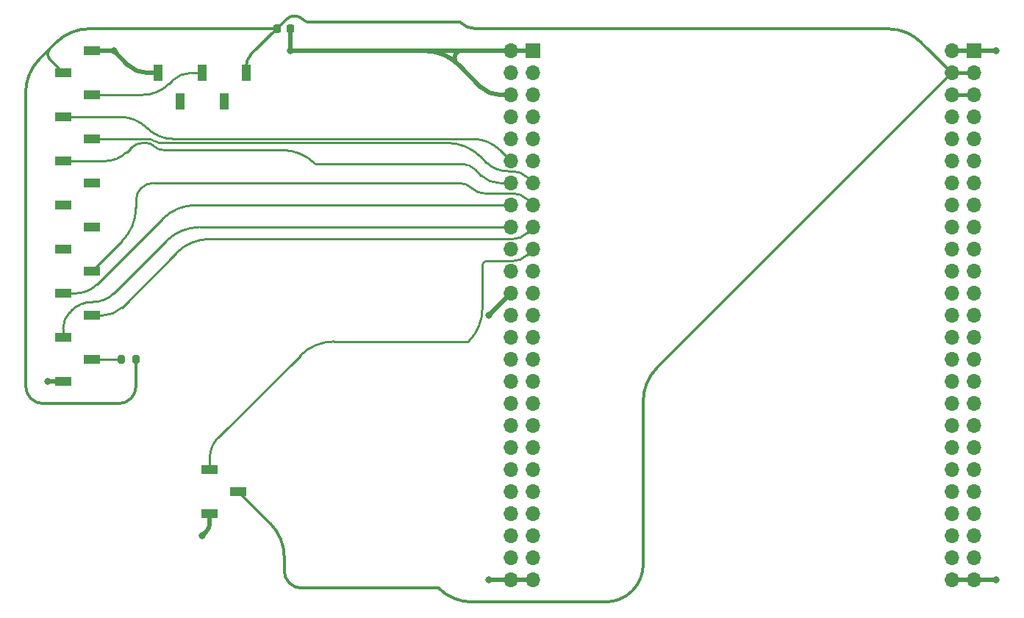
<source format=gbr>
%TF.GenerationSoftware,KiCad,Pcbnew,7.0.1*%
%TF.CreationDate,2023-05-30T20:42:55-06:00*%
%TF.ProjectId,Phase_D_STM_Shield,50686173-655f-4445-9f53-544d5f536869,rev?*%
%TF.SameCoordinates,Original*%
%TF.FileFunction,Copper,L1,Top*%
%TF.FilePolarity,Positive*%
%FSLAX46Y46*%
G04 Gerber Fmt 4.6, Leading zero omitted, Abs format (unit mm)*
G04 Created by KiCad (PCBNEW 7.0.1) date 2023-05-30 20:42:55*
%MOMM*%
%LPD*%
G01*
G04 APERTURE LIST*
G04 Aperture macros list*
%AMRoundRect*
0 Rectangle with rounded corners*
0 $1 Rounding radius*
0 $2 $3 $4 $5 $6 $7 $8 $9 X,Y pos of 4 corners*
0 Add a 4 corners polygon primitive as box body*
4,1,4,$2,$3,$4,$5,$6,$7,$8,$9,$2,$3,0*
0 Add four circle primitives for the rounded corners*
1,1,$1+$1,$2,$3*
1,1,$1+$1,$4,$5*
1,1,$1+$1,$6,$7*
1,1,$1+$1,$8,$9*
0 Add four rect primitives between the rounded corners*
20,1,$1+$1,$2,$3,$4,$5,0*
20,1,$1+$1,$4,$5,$6,$7,0*
20,1,$1+$1,$6,$7,$8,$9,0*
20,1,$1+$1,$8,$9,$2,$3,0*%
G04 Aperture macros list end*
%TA.AperFunction,SMDPad,CuDef*%
%ADD10R,1.000000X1.900000*%
%TD*%
%TA.AperFunction,ComponentPad*%
%ADD11R,1.700000X1.700000*%
%TD*%
%TA.AperFunction,ComponentPad*%
%ADD12O,1.700000X1.700000*%
%TD*%
%TA.AperFunction,SMDPad,CuDef*%
%ADD13R,1.900000X1.000000*%
%TD*%
%TA.AperFunction,SMDPad,CuDef*%
%ADD14RoundRect,0.225000X-0.225000X-0.250000X0.225000X-0.250000X0.225000X0.250000X-0.225000X0.250000X0*%
%TD*%
%TA.AperFunction,SMDPad,CuDef*%
%ADD15RoundRect,0.200000X-0.200000X-0.275000X0.200000X-0.275000X0.200000X0.275000X-0.200000X0.275000X0*%
%TD*%
%TA.AperFunction,ViaPad*%
%ADD16C,0.800000*%
%TD*%
%TA.AperFunction,Conductor*%
%ADD17C,0.250000*%
%TD*%
%TA.AperFunction,Conductor*%
%ADD18C,0.305000*%
%TD*%
%TA.AperFunction,Conductor*%
%ADD19C,0.508000*%
%TD*%
%TA.AperFunction,Conductor*%
%ADD20C,0.381000*%
%TD*%
G04 APERTURE END LIST*
D10*
%TO.P,RV1,3,3*%
%TO.N,+5V*%
X127000000Y-45720000D03*
%TO.P,RV1,4*%
%TO.N,N/C*%
X124460000Y-49020000D03*
%TO.P,RV1,2,2*%
%TO.N,Net-(U1-VO)*%
X121920000Y-45720000D03*
%TO.P,RV1,5*%
%TO.N,N/C*%
X119380000Y-49020000D03*
%TO.P,RV1,1,1*%
%TO.N,GND*%
X116840000Y-45720000D03*
%TD*%
D11*
%TO.P,J2,1,Pin_1*%
%TO.N,GND*%
X210810000Y-43200000D03*
D12*
%TO.P,J2,2,Pin_2*%
X208270000Y-43200000D03*
%TO.P,J2,3,Pin_3*%
%TO.N,+5V*%
X210810000Y-45740000D03*
%TO.P,J2,4,Pin_4*%
X208270000Y-45740000D03*
%TO.P,J2,5,Pin_5*%
%TO.N,+3V0*%
X210810000Y-48280000D03*
%TO.P,J2,6,Pin_6*%
X208270000Y-48280000D03*
%TO.P,J2,7,Pin_7*%
%TO.N,unconnected-(J2-Pin_7-Pad7)*%
X210810000Y-50820000D03*
%TO.P,J2,8,Pin_8*%
%TO.N,unconnected-(J2-Pin_8-Pad8)*%
X208270000Y-50820000D03*
%TO.P,J2,9,Pin_9*%
%TO.N,unconnected-(J2-Pin_9-Pad9)*%
X210810000Y-53360000D03*
%TO.P,J2,10,Pin_10*%
%TO.N,unconnected-(J2-Pin_10-Pad10)*%
X208270000Y-53360000D03*
%TO.P,J2,11,Pin_11*%
%TO.N,unconnected-(J2-Pin_11-Pad11)*%
X210810000Y-55900000D03*
%TO.P,J2,12,Pin_12*%
%TO.N,unconnected-(J2-Pin_12-Pad12)*%
X208270000Y-55900000D03*
%TO.P,J2,13,Pin_13*%
%TO.N,unconnected-(J2-Pin_13-Pad13)*%
X210810000Y-58440000D03*
%TO.P,J2,14,Pin_14*%
%TO.N,unconnected-(J2-Pin_14-Pad14)*%
X208270000Y-58440000D03*
%TO.P,J2,15,Pin_15*%
%TO.N,unconnected-(J2-Pin_15-Pad15)*%
X210810000Y-60980000D03*
%TO.P,J2,16,Pin_16*%
%TO.N,unconnected-(J2-Pin_16-Pad16)*%
X208270000Y-60980000D03*
%TO.P,J2,17,Pin_17*%
%TO.N,unconnected-(J2-Pin_17-Pad17)*%
X210810000Y-63520000D03*
%TO.P,J2,18,Pin_18*%
%TO.N,unconnected-(J2-Pin_18-Pad18)*%
X208270000Y-63520000D03*
%TO.P,J2,19,Pin_19*%
%TO.N,unconnected-(J2-Pin_19-Pad19)*%
X210810000Y-66060000D03*
%TO.P,J2,20,Pin_20*%
%TO.N,unconnected-(J2-Pin_20-Pad20)*%
X208270000Y-66060000D03*
%TO.P,J2,21,Pin_21*%
%TO.N,unconnected-(J2-Pin_21-Pad21)*%
X210810000Y-68600000D03*
%TO.P,J2,22,Pin_22*%
%TO.N,unconnected-(J2-Pin_22-Pad22)*%
X208270000Y-68600000D03*
%TO.P,J2,23,Pin_23*%
%TO.N,unconnected-(J2-Pin_23-Pad23)*%
X210810000Y-71140000D03*
%TO.P,J2,24,Pin_24*%
%TO.N,unconnected-(J2-Pin_24-Pad24)*%
X208270000Y-71140000D03*
%TO.P,J2,25,Pin_25*%
%TO.N,unconnected-(J2-Pin_25-Pad25)*%
X210810000Y-73680000D03*
%TO.P,J2,26,Pin_26*%
%TO.N,unconnected-(J2-Pin_26-Pad26)*%
X208270000Y-73680000D03*
%TO.P,J2,27,Pin_27*%
%TO.N,unconnected-(J2-Pin_27-Pad27)*%
X210810000Y-76220000D03*
%TO.P,J2,28,Pin_28*%
%TO.N,unconnected-(J2-Pin_28-Pad28)*%
X208270000Y-76220000D03*
%TO.P,J2,29,Pin_29*%
%TO.N,unconnected-(J2-Pin_29-Pad29)*%
X210810000Y-78760000D03*
%TO.P,J2,30,Pin_30*%
%TO.N,unconnected-(J2-Pin_30-Pad30)*%
X208270000Y-78760000D03*
%TO.P,J2,31,Pin_31*%
%TO.N,unconnected-(J2-Pin_31-Pad31)*%
X210810000Y-81300000D03*
%TO.P,J2,32,Pin_32*%
%TO.N,unconnected-(J2-Pin_32-Pad32)*%
X208270000Y-81300000D03*
%TO.P,J2,33,Pin_33*%
%TO.N,unconnected-(J2-Pin_33-Pad33)*%
X210810000Y-83840000D03*
%TO.P,J2,34,Pin_34*%
%TO.N,unconnected-(J2-Pin_34-Pad34)*%
X208270000Y-83840000D03*
%TO.P,J2,35,Pin_35*%
%TO.N,unconnected-(J2-Pin_35-Pad35)*%
X210810000Y-86380000D03*
%TO.P,J2,36,Pin_36*%
%TO.N,unconnected-(J2-Pin_36-Pad36)*%
X208270000Y-86380000D03*
%TO.P,J2,37,Pin_37*%
%TO.N,unconnected-(J2-Pin_37-Pad37)*%
X210810000Y-88920000D03*
%TO.P,J2,38,Pin_38*%
%TO.N,unconnected-(J2-Pin_38-Pad38)*%
X208270000Y-88920000D03*
%TO.P,J2,39,Pin_39*%
%TO.N,unconnected-(J2-Pin_39-Pad39)*%
X210810000Y-91460000D03*
%TO.P,J2,40,Pin_40*%
%TO.N,unconnected-(J2-Pin_40-Pad40)*%
X208270000Y-91460000D03*
%TO.P,J2,41,Pin_41*%
%TO.N,unconnected-(J2-Pin_41-Pad41)*%
X210810000Y-94000000D03*
%TO.P,J2,42,Pin_42*%
%TO.N,unconnected-(J2-Pin_42-Pad42)*%
X208270000Y-94000000D03*
%TO.P,J2,43,Pin_43*%
%TO.N,unconnected-(J2-Pin_43-Pad43)*%
X210810000Y-96540000D03*
%TO.P,J2,44,Pin_44*%
%TO.N,unconnected-(J2-Pin_44-Pad44)*%
X208270000Y-96540000D03*
%TO.P,J2,45,Pin_45*%
%TO.N,unconnected-(J2-Pin_45-Pad45)*%
X210810000Y-99080000D03*
%TO.P,J2,46,Pin_46*%
%TO.N,unconnected-(J2-Pin_46-Pad46)*%
X208270000Y-99080000D03*
%TO.P,J2,47,Pin_47*%
%TO.N,unconnected-(J2-Pin_47-Pad47)*%
X210810000Y-101620000D03*
%TO.P,J2,48,Pin_48*%
%TO.N,unconnected-(J2-Pin_48-Pad48)*%
X208270000Y-101620000D03*
%TO.P,J2,49,Pin_49*%
%TO.N,GND*%
X210810000Y-104160000D03*
%TO.P,J2,50,Pin_50*%
X208270000Y-104160000D03*
%TD*%
D11*
%TO.P,J1,1,Pin_1*%
%TO.N,GND*%
X160020000Y-43180000D03*
D12*
%TO.P,J1,2,Pin_2*%
X157480000Y-43180000D03*
%TO.P,J1,3,Pin_3*%
%TO.N,unconnected-(J1-Pin_3-Pad3)*%
X160020000Y-45720000D03*
%TO.P,J1,4,Pin_4*%
%TO.N,unconnected-(J1-Pin_4-Pad4)*%
X157480000Y-45720000D03*
%TO.P,J1,5,Pin_5*%
%TO.N,unconnected-(J1-Pin_5-Pad5)*%
X160020000Y-48260000D03*
%TO.P,J1,6,Pin_6*%
%TO.N,GND*%
X157480000Y-48260000D03*
%TO.P,J1,7,Pin_7*%
%TO.N,unconnected-(J1-Pin_7-Pad7)*%
X160020000Y-50800000D03*
%TO.P,J1,8,Pin_8*%
%TO.N,unconnected-(J1-Pin_8-Pad8)*%
X157480000Y-50800000D03*
%TO.P,J1,9,Pin_9*%
%TO.N,unconnected-(J1-Pin_9-Pad9)*%
X160020000Y-53340000D03*
%TO.P,J1,10,Pin_10*%
%TO.N,unconnected-(J1-Pin_10-Pad10)*%
X157480000Y-53340000D03*
%TO.P,J1,11,Pin_11*%
%TO.N,unconnected-(J1-Pin_11-Pad11)*%
X160020000Y-55880000D03*
%TO.P,J1,12,Pin_12*%
%TO.N,RS*%
X157480000Y-55880000D03*
%TO.P,J1,13,Pin_13*%
%TO.N,RW*%
X160020000Y-58420000D03*
%TO.P,J1,14,Pin_14*%
%TO.N,E*%
X157480000Y-58420000D03*
%TO.P,J1,15,Pin_15*%
%TO.N,DB4*%
X160020000Y-60960000D03*
%TO.P,J1,16,Pin_16*%
%TO.N,DB5*%
X157480000Y-60960000D03*
%TO.P,J1,17,Pin_17*%
%TO.N,DB6*%
X160020000Y-63500000D03*
%TO.P,J1,18,Pin_18*%
%TO.N,DB7*%
X157480000Y-63500000D03*
%TO.P,J1,19,Pin_19*%
%TO.N,DHT*%
X160020000Y-66040000D03*
%TO.P,J1,20,Pin_20*%
%TO.N,unconnected-(J1-Pin_20-Pad20)*%
X157480000Y-66040000D03*
%TO.P,J1,21,Pin_21*%
%TO.N,unconnected-(J1-Pin_21-Pad21)*%
X160020000Y-68580000D03*
%TO.P,J1,22,Pin_22*%
%TO.N,unconnected-(J1-Pin_22-Pad22)*%
X157480000Y-68580000D03*
%TO.P,J1,23,Pin_23*%
%TO.N,unconnected-(J1-Pin_23-Pad23)*%
X160020000Y-71120000D03*
%TO.P,J1,24,Pin_24*%
%TO.N,GND*%
X157480000Y-71120000D03*
%TO.P,J1,25,Pin_25*%
%TO.N,unconnected-(J1-Pin_25-Pad25)*%
X160020000Y-73660000D03*
%TO.P,J1,26,Pin_26*%
%TO.N,unconnected-(J1-Pin_26-Pad26)*%
X157480000Y-73660000D03*
%TO.P,J1,27,Pin_27*%
%TO.N,unconnected-(J1-Pin_27-Pad27)*%
X160020000Y-76200000D03*
%TO.P,J1,28,Pin_28*%
%TO.N,unconnected-(J1-Pin_28-Pad28)*%
X157480000Y-76200000D03*
%TO.P,J1,29,Pin_29*%
%TO.N,unconnected-(J1-Pin_29-Pad29)*%
X160020000Y-78740000D03*
%TO.P,J1,30,Pin_30*%
%TO.N,unconnected-(J1-Pin_30-Pad30)*%
X157480000Y-78740000D03*
%TO.P,J1,31,Pin_31*%
%TO.N,unconnected-(J1-Pin_31-Pad31)*%
X160020000Y-81280000D03*
%TO.P,J1,32,Pin_32*%
%TO.N,unconnected-(J1-Pin_32-Pad32)*%
X157480000Y-81280000D03*
%TO.P,J1,33,Pin_33*%
%TO.N,unconnected-(J1-Pin_33-Pad33)*%
X160020000Y-83820000D03*
%TO.P,J1,34,Pin_34*%
%TO.N,unconnected-(J1-Pin_34-Pad34)*%
X157480000Y-83820000D03*
%TO.P,J1,35,Pin_35*%
%TO.N,unconnected-(J1-Pin_35-Pad35)*%
X160020000Y-86360000D03*
%TO.P,J1,36,Pin_36*%
%TO.N,unconnected-(J1-Pin_36-Pad36)*%
X157480000Y-86360000D03*
%TO.P,J1,37,Pin_37*%
%TO.N,unconnected-(J1-Pin_37-Pad37)*%
X160020000Y-88900000D03*
%TO.P,J1,38,Pin_38*%
%TO.N,unconnected-(J1-Pin_38-Pad38)*%
X157480000Y-88900000D03*
%TO.P,J1,39,Pin_39*%
%TO.N,unconnected-(J1-Pin_39-Pad39)*%
X160020000Y-91440000D03*
%TO.P,J1,40,Pin_40*%
%TO.N,unconnected-(J1-Pin_40-Pad40)*%
X157480000Y-91440000D03*
%TO.P,J1,41,Pin_41*%
%TO.N,unconnected-(J1-Pin_41-Pad41)*%
X160020000Y-93980000D03*
%TO.P,J1,42,Pin_42*%
%TO.N,unconnected-(J1-Pin_42-Pad42)*%
X157480000Y-93980000D03*
%TO.P,J1,43,Pin_43*%
%TO.N,unconnected-(J1-Pin_43-Pad43)*%
X160020000Y-96520000D03*
%TO.P,J1,44,Pin_44*%
%TO.N,unconnected-(J1-Pin_44-Pad44)*%
X157480000Y-96520000D03*
%TO.P,J1,45,Pin_45*%
%TO.N,unconnected-(J1-Pin_45-Pad45)*%
X160020000Y-99060000D03*
%TO.P,J1,46,Pin_46*%
%TO.N,unconnected-(J1-Pin_46-Pad46)*%
X157480000Y-99060000D03*
%TO.P,J1,47,Pin_47*%
%TO.N,unconnected-(J1-Pin_47-Pad47)*%
X160020000Y-101600000D03*
%TO.P,J1,48,Pin_48*%
%TO.N,unconnected-(J1-Pin_48-Pad48)*%
X157480000Y-101600000D03*
%TO.P,J1,49,Pin_49*%
%TO.N,GND*%
X160020000Y-104140000D03*
%TO.P,J1,50,Pin_50*%
X157480000Y-104140000D03*
%TD*%
D13*
%TO.P,U2,1,VCC*%
%TO.N,+5V*%
X126110000Y-93980000D03*
%TO.P,U2,2,IO*%
%TO.N,DHT*%
X122810000Y-91440000D03*
%TO.P,U2,4,GND*%
%TO.N,GND*%
X122810000Y-96520000D03*
%TD*%
D14*
%TO.P,C1,1*%
%TO.N,+5V*%
X130530000Y-40640000D03*
%TO.P,C1,2*%
%TO.N,GND*%
X132080000Y-40640000D03*
%TD*%
D15*
%TO.P,R1,1*%
%TO.N,Net-(U1-A{slash}VEE)*%
X112650000Y-78740000D03*
%TO.P,R1,2*%
%TO.N,+5V*%
X114300000Y-78740000D03*
%TD*%
D13*
%TO.P,U1,1,VSS*%
%TO.N,GND*%
X109220000Y-43180000D03*
%TO.P,U1,2,VDD*%
%TO.N,+5V*%
X105920000Y-45720000D03*
%TO.P,U1,3,VO*%
%TO.N,Net-(U1-VO)*%
X109220000Y-48260000D03*
%TO.P,U1,4,RS*%
%TO.N,RS*%
X105920000Y-50800000D03*
%TO.P,U1,5,R/W*%
%TO.N,RW*%
X109220000Y-53340000D03*
%TO.P,U1,6,E*%
%TO.N,E*%
X105920000Y-55880000D03*
%TO.P,U1,7,DB0*%
%TO.N,unconnected-(U1-DB0-Pad7)*%
X109220000Y-58420000D03*
%TO.P,U1,8,DB1*%
%TO.N,unconnected-(U1-DB1-Pad8)*%
X105920000Y-60960000D03*
%TO.P,U1,9,DB2*%
%TO.N,unconnected-(U1-DB2-Pad9)*%
X109220000Y-63500000D03*
%TO.P,U1,10,DB3*%
%TO.N,unconnected-(U1-DB3-Pad10)*%
X105920000Y-66040000D03*
%TO.P,U1,11,DB4*%
%TO.N,DB4*%
X109220000Y-68580000D03*
%TO.P,U1,12,DB5*%
%TO.N,DB5*%
X105920000Y-71120000D03*
%TO.P,U1,13,DB6*%
%TO.N,DB6*%
X109220000Y-73660000D03*
%TO.P,U1,14,DB7*%
%TO.N,DB7*%
X105920000Y-76200000D03*
%TO.P,U1,15,A/VEE*%
%TO.N,Net-(U1-A{slash}VEE)*%
X109220000Y-78740000D03*
%TO.P,U1,16,K*%
%TO.N,GND*%
X105920000Y-81280000D03*
%TD*%
D16*
%TO.N,GND*%
X132080000Y-43180000D03*
X154940000Y-73660000D03*
X154940000Y-104140000D03*
X121920000Y-99060000D03*
X111760000Y-43180000D03*
X213360000Y-104140000D03*
X213360000Y-43180000D03*
X104140000Y-81280000D03*
%TD*%
D17*
%TO.N,Net-(U1-VO)*%
X120650000Y-45719985D02*
G75*
G03*
X118481975Y-46618026I0J-3066015D01*
G01*
X115043948Y-48260020D02*
G75*
G03*
X118110000Y-46990000I-48J4336120D01*
G01*
D18*
%TO.N,+5V*%
X127548011Y-43621996D02*
G75*
G03*
X127000000Y-44945000I1322989J-1323004D01*
G01*
X114704275Y-40640000D02*
X114289436Y-40640000D01*
X112007822Y-40640000D02*
X111556768Y-40640000D01*
X114289436Y-40640000D02*
X113874597Y-40640000D01*
X113667178Y-40640000D02*
X112837500Y-40640000D01*
X109589664Y-40640000D02*
X109152530Y-40640000D01*
X112458876Y-40640000D02*
X112007822Y-40640000D01*
X111556768Y-40640000D02*
X111105714Y-40640000D01*
X110682499Y-40640000D02*
X109808231Y-40640000D01*
X121011569Y-40640000D02*
X116668427Y-40640000D01*
D19*
%TO.N,GND*%
X113401964Y-44821984D02*
G75*
G03*
X115570000Y-45720000I2168036J2168084D01*
G01*
D17*
%TO.N,Net-(U1-VO)*%
X115043948Y-48260000D02*
X109220000Y-48260000D01*
X118481974Y-46618025D02*
X118110000Y-46990000D01*
X120650000Y-45720000D02*
X121920000Y-45720000D01*
D18*
%TO.N,+5V*%
X127000000Y-44945000D02*
X127000000Y-45720000D01*
X127548007Y-43621992D02*
X130530000Y-40640000D01*
D19*
%TO.N,GND*%
X111760000Y-43180000D02*
X113401974Y-44821974D01*
X115570000Y-45720000D02*
X116840000Y-45720000D01*
X157480000Y-43180000D02*
X160020000Y-43180000D01*
X151453792Y-44773792D02*
X154041974Y-47361974D01*
X210810000Y-104160000D02*
X208270000Y-104160000D01*
X104140000Y-81280000D02*
X105920000Y-81280000D01*
X213325857Y-43200000D02*
X210810000Y-43200000D01*
X132080000Y-43180000D02*
X132080000Y-40640000D01*
X213360000Y-104140000D02*
X213350000Y-104150000D01*
X154940000Y-73660000D02*
X157480000Y-71120000D01*
X154940000Y-104140000D02*
X157480000Y-104140000D01*
X157480000Y-104140000D02*
X160020000Y-104140000D01*
X210810000Y-43200000D02*
X208270000Y-43200000D01*
X121920000Y-99060000D02*
X122365000Y-98615000D01*
X213325857Y-104160000D02*
X210810000Y-104160000D01*
X147516856Y-43180000D02*
X132080000Y-43180000D01*
X157480000Y-43180000D02*
X151479913Y-43180000D01*
X147516856Y-43180000D02*
X151479913Y-43180000D01*
X111760000Y-43180000D02*
X109220000Y-43180000D01*
X122810000Y-97540674D02*
X122810000Y-96520000D01*
X156210000Y-48260000D02*
X157480000Y-48260000D01*
X213360000Y-43180000D02*
X213350000Y-43190000D01*
X151479912Y-43179998D02*
G75*
G03*
X151453792Y-44773792I420488J-804002D01*
G01*
X213325857Y-104159982D02*
G75*
G03*
X213350000Y-104150000I43J34082D01*
G01*
X122365007Y-98615007D02*
G75*
G03*
X122810000Y-97540674I-1074307J1074307D01*
G01*
X151453812Y-44773771D02*
G75*
G03*
X147516856Y-43180001I-3893012J-3957129D01*
G01*
X154041964Y-47361984D02*
G75*
G03*
X156210000Y-48260000I2168036J2168084D01*
G01*
X213325857Y-43199982D02*
G75*
G03*
X213350000Y-43190000I43J34082D01*
G01*
D17*
%TO.N,RS*%
X118636051Y-53340000D02*
X153143948Y-53340000D01*
X112503948Y-50800000D02*
X105920000Y-50800000D01*
X156210000Y-54610000D02*
X157480000Y-55880000D01*
X115569986Y-52070014D02*
G75*
G03*
X112503948Y-50800000I-3066086J-3066086D01*
G01*
X156209986Y-54610014D02*
G75*
G03*
X153143948Y-53340000I-3066086J-3066086D01*
G01*
X115570014Y-52069986D02*
G75*
G03*
X118636051Y-53340000I3066086J3066086D01*
G01*
%TO.N,RW*%
X116971802Y-53790000D02*
X150146036Y-53790000D01*
X157160000Y-57055000D02*
X157689799Y-57055000D01*
X153993792Y-55383792D02*
X154607875Y-55997875D01*
X159337500Y-57737500D02*
X160020000Y-58420000D01*
X115885405Y-53340000D02*
X109220000Y-53340000D01*
X159337500Y-57737500D02*
G75*
G03*
X157689799Y-57055000I-1647700J-1647700D01*
G01*
X154607864Y-55997886D02*
G75*
G03*
X157160000Y-57055000I2552136J2552186D01*
G01*
X116428603Y-53565001D02*
G75*
G03*
X116971802Y-53790000I543197J543201D01*
G01*
X116428601Y-53565003D02*
G75*
G03*
X115885405Y-53340000I-543201J-543197D01*
G01*
X153993784Y-55383800D02*
G75*
G03*
X150146036Y-53790000I-3847784J-3847800D01*
G01*
%TO.N,E*%
X115435406Y-53790000D02*
X115158604Y-53790000D01*
X117421801Y-54612792D02*
X131098828Y-54612792D01*
X110732146Y-55880000D02*
X105920000Y-55880000D01*
X156210000Y-58420000D02*
X157480000Y-58420000D01*
X153384279Y-56864279D02*
X154041974Y-57521974D01*
X113692875Y-54397124D02*
X113254999Y-54834999D01*
X151796462Y-56206584D02*
X134946584Y-56206584D01*
X116428602Y-54201398D02*
G75*
G03*
X115435406Y-53790000I-993202J-993202D01*
G01*
X110732146Y-55880017D02*
G75*
G03*
X113254998Y-54834998I-46J3567917D01*
G01*
X153384299Y-56864259D02*
G75*
G03*
X151796462Y-56206584I-1587799J-1587841D01*
G01*
X116428603Y-54201397D02*
G75*
G03*
X117421801Y-54612792I993197J993197D01*
G01*
X115158604Y-53790016D02*
G75*
G03*
X113692875Y-54397124I-4J-2072884D01*
G01*
X134946561Y-56206607D02*
G75*
G03*
X131098828Y-54612792I-3847761J-3847693D01*
G01*
X154041964Y-57521984D02*
G75*
G03*
X156210000Y-58420000I2168036J2168084D01*
G01*
%TO.N,DB4*%
X151569149Y-58420000D02*
X116299998Y-58420000D01*
X112706207Y-65093792D02*
X109220000Y-68580000D01*
X114300000Y-60419998D02*
X114300000Y-61246036D01*
X157689799Y-59595000D02*
X154405850Y-59595000D01*
X159337500Y-60277500D02*
X160020000Y-60960000D01*
X159337500Y-60277500D02*
G75*
G03*
X157689799Y-59595000I-1647700J-1647700D01*
G01*
X152987515Y-59007485D02*
G75*
G03*
X154405850Y-59595000I1418385J1418385D01*
G01*
X112706200Y-65093785D02*
G75*
G03*
X114300000Y-61246036I-3847800J3847785D01*
G01*
X152987515Y-59007485D02*
G75*
G03*
X151569149Y-58420000I-1418315J-1418315D01*
G01*
X116299998Y-58420000D02*
G75*
G03*
X114300000Y-60419998I2J-2000000D01*
G01*
D18*
%TO.N,+5V*%
X109152530Y-40640000D02*
X108933963Y-40640000D01*
X104408699Y-42911299D02*
X103871298Y-43448700D01*
X151656829Y-39896829D02*
X134123000Y-39896829D01*
X104408699Y-44208699D02*
X105920000Y-45720000D01*
X130530000Y-40640000D02*
X131621309Y-39548690D01*
X204763792Y-42233792D02*
X208270000Y-45740000D01*
X114704275Y-40640000D02*
X116668427Y-40640000D01*
X112837500Y-40640000D02*
X112458876Y-40640000D01*
X111105714Y-40640000D02*
X110682499Y-40640000D01*
X104408699Y-42911299D02*
X105086206Y-42233792D01*
X131376207Y-101500170D02*
X131376207Y-103086208D01*
X103871298Y-43448700D02*
X103193792Y-44126207D01*
X172720000Y-83543963D02*
X172720000Y-102343948D01*
X130530000Y-40640000D02*
X121011569Y-40640000D01*
X103599998Y-83820000D02*
X112300001Y-83820000D01*
X174313792Y-79696207D02*
X208270000Y-45740000D01*
X133528690Y-39548690D02*
X133702759Y-39722759D01*
X129782414Y-97652414D02*
X126447643Y-94317643D01*
X114300000Y-81820001D02*
X114300000Y-78740000D01*
X101600000Y-81820001D02*
X101600000Y-47973963D01*
X109589664Y-40640000D02*
X109808231Y-40640000D01*
X149156207Y-105086207D02*
X133376205Y-105086207D01*
D20*
X208270000Y-45740000D02*
X210810000Y-45740000D01*
D18*
X113874597Y-40640000D02*
X113667178Y-40640000D01*
X153451001Y-40640000D02*
X200916036Y-40640000D01*
X153003963Y-106680000D02*
X168383948Y-106680000D01*
X174313821Y-79696236D02*
G75*
G03*
X172720000Y-83543963I3847679J-3847764D01*
G01*
X204763784Y-42233800D02*
G75*
G03*
X200916036Y-40640000I-3847784J-3847800D01*
G01*
X171449986Y-105409986D02*
G75*
G03*
X172720000Y-102343948I-3066086J3066086D01*
G01*
X101600000Y-81820001D02*
G75*
G03*
X103599998Y-83820000I2000000J1D01*
G01*
X133702755Y-39722763D02*
G75*
G03*
X134123000Y-39896829I420245J420263D01*
G01*
X103193821Y-44126236D02*
G75*
G03*
X101600000Y-47973963I3847679J-3847764D01*
G01*
X108933963Y-40639988D02*
G75*
G03*
X105086206Y-42233792I37J-5441612D01*
G01*
X168383948Y-106680020D02*
G75*
G03*
X171450000Y-105410000I-48J4336120D01*
G01*
X133528694Y-39548686D02*
G75*
G03*
X132575000Y-39153659I-953694J-953714D01*
G01*
X132575000Y-39153664D02*
G75*
G03*
X131621309Y-39548690I0J-1348736D01*
G01*
X112300001Y-83820000D02*
G75*
G03*
X114300000Y-81820001I-1J2000000D01*
G01*
X131376193Y-103086208D02*
G75*
G03*
X133376205Y-105086207I2000007J8D01*
G01*
X104140000Y-43559999D02*
G75*
G03*
X104408699Y-44208699I917400J-1D01*
G01*
X104408700Y-42911300D02*
G75*
G03*
X104139999Y-43559999I648700J-648700D01*
G01*
X151656837Y-39896821D02*
G75*
G03*
X153451001Y-40640000I1794163J1794121D01*
G01*
X149156215Y-105086199D02*
G75*
G03*
X153003963Y-106680000I3847785J3847799D01*
G01*
X104140003Y-43559999D02*
G75*
G03*
X103871298Y-43448700I-157403J-1D01*
G01*
X131376240Y-101500170D02*
G75*
G03*
X129782414Y-97652414I-5441540J-30D01*
G01*
D20*
%TO.N,+3V0*%
X210810000Y-48280000D02*
X208270000Y-48280000D01*
D17*
%TO.N,DB5*%
X109791162Y-70108837D02*
X117346207Y-62553792D01*
X107350000Y-71120000D02*
X105920000Y-71120000D01*
X121193963Y-60960000D02*
X157480000Y-60960000D01*
X107350000Y-71120006D02*
G75*
G03*
X109791161Y-70108836I0J3452306D01*
G01*
X121193963Y-60959960D02*
G75*
G03*
X117346208Y-62553793I37J-5441540D01*
G01*
%TO.N,DB6*%
X159337500Y-64182500D02*
X160020000Y-63500000D01*
X110490000Y-73660000D02*
X109220000Y-73660000D01*
X118961207Y-66458792D02*
X112658025Y-72761974D01*
X157689799Y-64865000D02*
X122808963Y-64865000D01*
X157689799Y-64864999D02*
G75*
G03*
X159337500Y-64182500I1J2330199D01*
G01*
X110490000Y-73659985D02*
G75*
G03*
X112658025Y-72761974I0J3066085D01*
G01*
X122808963Y-64864960D02*
G75*
G03*
X118961208Y-66458793I37J-5441540D01*
G01*
%TO.N,DB7*%
X105920000Y-75129788D02*
X105920000Y-76200000D01*
X106887565Y-73092010D02*
X106676753Y-73302821D01*
X111795109Y-71095307D02*
X117796624Y-65093792D01*
X109310551Y-72124445D02*
X109223475Y-72124445D01*
X121644380Y-63500000D02*
X157480000Y-63500000D01*
X109223475Y-72124421D02*
G75*
G03*
X106887565Y-73092010I25J-3303479D01*
G01*
X106676764Y-73302832D02*
G75*
G03*
X105920000Y-75129788I1826936J-1826968D01*
G01*
X109310551Y-72124466D02*
G75*
G03*
X111795109Y-71095307I-51J3513766D01*
G01*
X121644380Y-63499972D02*
G75*
G03*
X117796625Y-65093793I20J-5441528D01*
G01*
%TO.N,DHT*%
X159337500Y-66722500D02*
X160020000Y-66040000D01*
X122810000Y-90069149D02*
X122810000Y-91440000D01*
X154205723Y-72828612D02*
X154205723Y-67894497D01*
X157689799Y-67405000D02*
X154695220Y-67405000D01*
X137085893Y-76676368D02*
X152611930Y-76676368D01*
X133238137Y-78270160D02*
X123779338Y-87728959D01*
X137085893Y-76676358D02*
G75*
G03*
X133238137Y-78270160I7J-5441542D01*
G01*
X123779320Y-87728941D02*
G75*
G03*
X122810000Y-90069149I2340180J-2340159D01*
G01*
X154695220Y-67405015D02*
G75*
G03*
X154349093Y-67548370I-20J-489485D01*
G01*
X154349099Y-67548376D02*
G75*
G03*
X154205723Y-67894497I346101J-346124D01*
G01*
X157689799Y-67404999D02*
G75*
G03*
X159337500Y-66722500I1J2330199D01*
G01*
X152611919Y-76676357D02*
G75*
G03*
X154205723Y-72828612I-3847719J3847757D01*
G01*
%TO.N,Net-(U1-A{slash}VEE)*%
X109220000Y-78740000D02*
X112650000Y-78740000D01*
%TD*%
M02*

</source>
